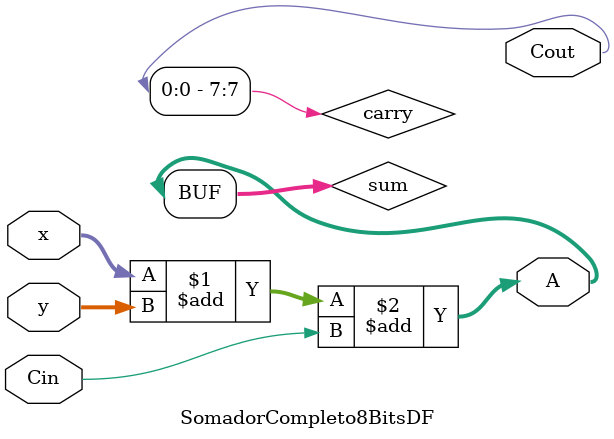
<source format=v>
module SomadorCompleto8BitsDF(
    input [7:0] x,
    input [7:0] y,
    input Cin,
    output [7:0] A,
    output Cout
);

wire [7:0] sum;
wire [7:0] carry;

assign sum = x + y + Cin;
assign Cout = carry[7];
assign A = sum;

endmodule
</source>
